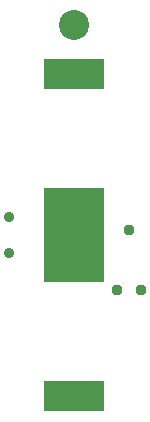
<source format=gbs>
G04 DipTrace 2.4.0.2*
%INfemale.gbs*%
%MOMM*%
%ADD40C,2.54*%
%ADD41C,0.95*%
%ADD42C,0.9*%
%ADD55R,5.13X8.05*%
%ADD56R,5.13X2.65*%
%FSLAX53Y53*%
G04*
G71*
G90*
G75*
G01*
%LNBotMask*%
%LPD*%
D56*
X26626Y65812D3*
Y38532D3*
D55*
Y52172D3*
D40*
Y69952D3*
D41*
X31260Y52587D3*
X32276Y47507D3*
X30244D3*
D42*
X21100Y53703D3*
Y50703D3*
M02*

</source>
